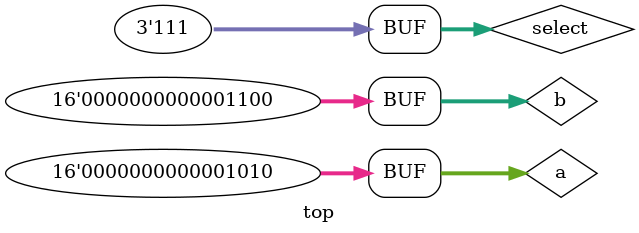
<source format=v>
`include "main.v"
module top;
reg [15:0]a,b;
reg [2:0]select;
wire [15:0]out;

lu_new l1(a,b,out,select);

initial begin
    a=16'd10; b=16'd12; select=3'b000;
    #5 select=3'b001;
    #5 select=3'b010;
    #5 select=3'b011;
    #5 select=3'b100;
    #5 select=3'b101;
    #5 select=3'b110;
    #5 select=3'b111;
end

initial begin
    $monitor("a=%b    b=%b     res=%b",a,b,out);
end
endmodule
</source>
